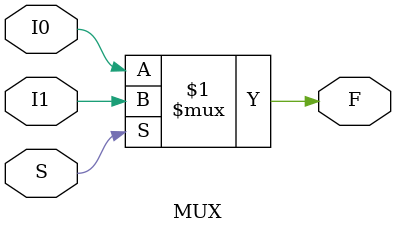
<source format=sv>
module MUX (
input logic I0,
input logic I1,
input logic S,
output logic F
);

assign F = S? I1 : I0; 

endmodule
</source>
